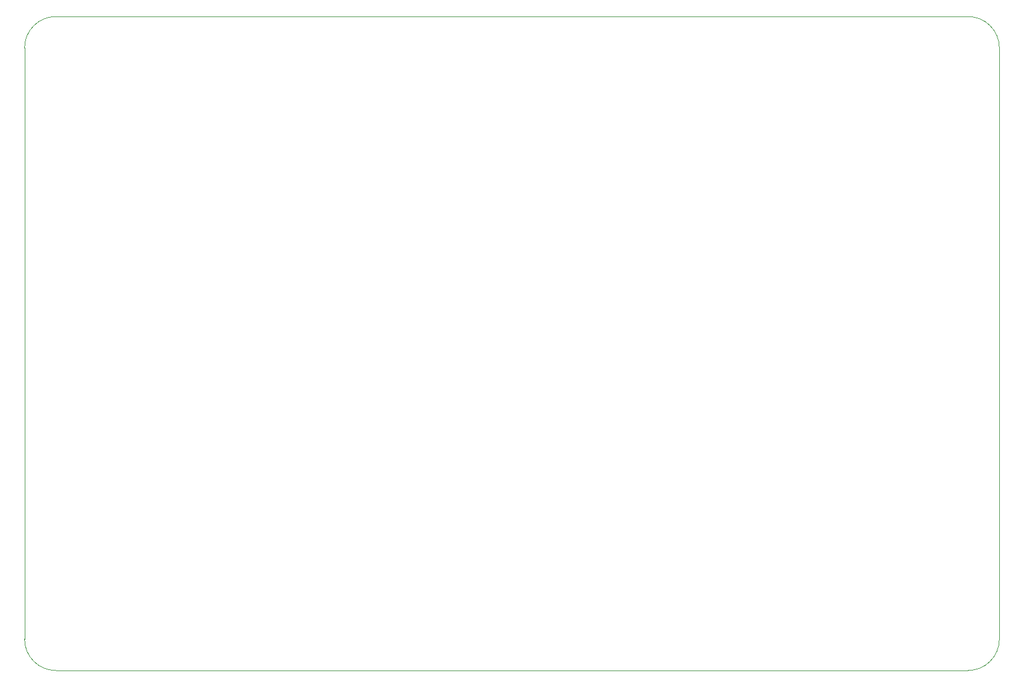
<source format=gbr>
%TF.GenerationSoftware,KiCad,Pcbnew,5.1.8+dfsg1-1+b1*%
%TF.CreationDate,2020-12-27T19:17:36+02:00*%
%TF.ProjectId,nixiedisp,6e697869-6564-4697-9370-2e6b69636164,rev?*%
%TF.SameCoordinates,Original*%
%TF.FileFunction,Profile,NP*%
%FSLAX46Y46*%
G04 Gerber Fmt 4.6, Leading zero omitted, Abs format (unit mm)*
G04 Created by KiCad (PCBNEW 5.1.8+dfsg1-1+b1) date 2020-12-27 19:17:36*
%MOMM*%
%LPD*%
G01*
G04 APERTURE LIST*
%TA.AperFunction,Profile*%
%ADD10C,0.050000*%
%TD*%
G04 APERTURE END LIST*
D10*
X218500000Y-161050000D02*
G75*
G02*
X214000000Y-165550000I-4500000J0D01*
G01*
X214000000Y-71500000D02*
G75*
G02*
X218500000Y-76000000I0J-4500000D01*
G01*
X83000000Y-165550000D02*
G75*
G02*
X78500000Y-161050000I0J4500000D01*
G01*
X78500000Y-76000000D02*
G75*
G02*
X83000000Y-71500000I4500000J0D01*
G01*
X78500000Y-161050000D02*
X78500000Y-76000000D01*
X214000000Y-165550000D02*
X83000000Y-165550000D01*
X218500000Y-76000000D02*
X218500000Y-161050000D01*
X83000000Y-71500000D02*
X214000000Y-71500000D01*
M02*

</source>
